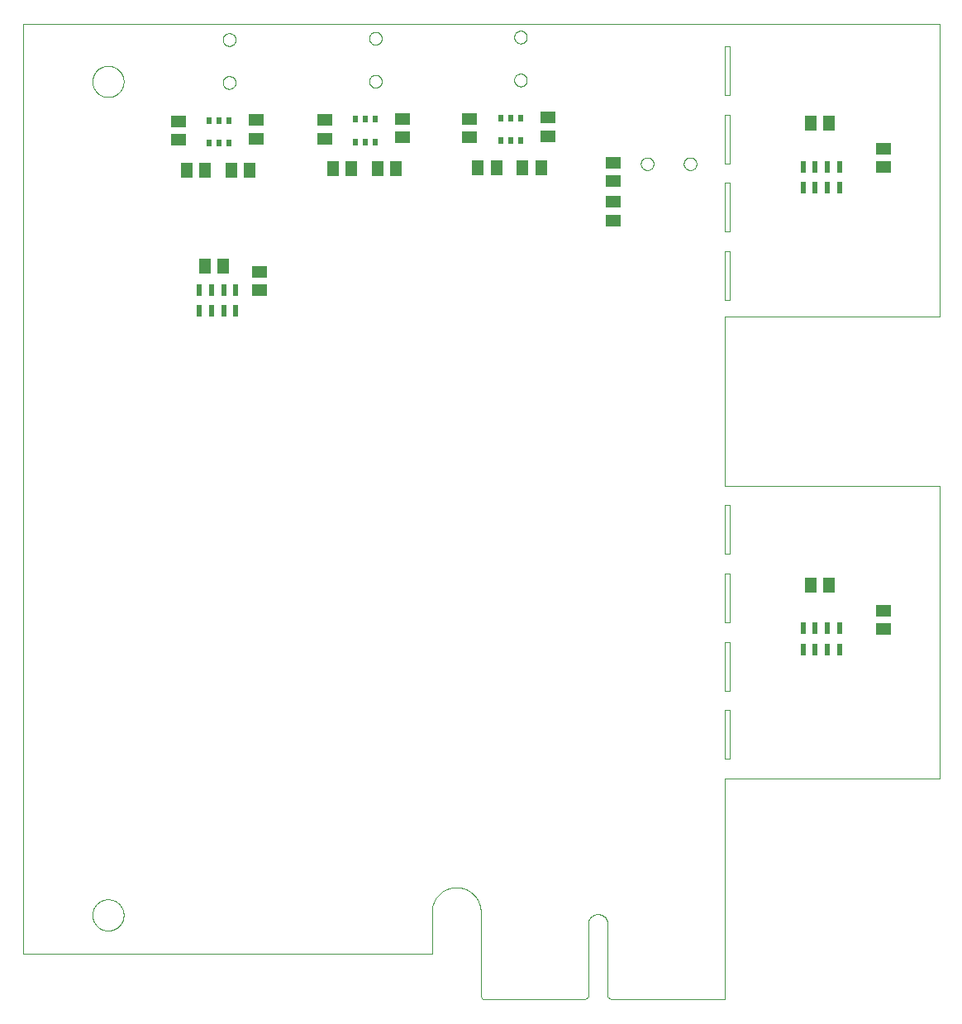
<source format=gtp>
G04 EAGLE Gerber RS-274X export*
G75*
%MOMM*%
%FSLAX34Y34*%
%LPD*%
%INSolder paste top*%
%IPPOS*%
%AMOC8*
5,1,8,0,0,1.08239X$1,22.5*%
G01*
%ADD10C,0.000000*%
%ADD11C,0.000003*%
%ADD12R,0.550000X1.150000*%
%ADD13R,1.500000X1.300000*%
%ADD14R,1.300000X1.500000*%
%ADD15R,0.508000X0.700000*%


D10*
X-317900Y87150D02*
X-317895Y87543D01*
X-317881Y87935D01*
X-317857Y88327D01*
X-317823Y88718D01*
X-317780Y89109D01*
X-317727Y89498D01*
X-317664Y89885D01*
X-317593Y90271D01*
X-317511Y90656D01*
X-317421Y91038D01*
X-317320Y91417D01*
X-317211Y91795D01*
X-317092Y92169D01*
X-316965Y92540D01*
X-316828Y92908D01*
X-316682Y93273D01*
X-316527Y93634D01*
X-316364Y93991D01*
X-316192Y94344D01*
X-316011Y94692D01*
X-315821Y95036D01*
X-315624Y95376D01*
X-315418Y95710D01*
X-315204Y96039D01*
X-314981Y96363D01*
X-314751Y96681D01*
X-314514Y96994D01*
X-314268Y97300D01*
X-314015Y97601D01*
X-313755Y97895D01*
X-313488Y98183D01*
X-313214Y98464D01*
X-312933Y98738D01*
X-312645Y99005D01*
X-312351Y99265D01*
X-312050Y99518D01*
X-311744Y99764D01*
X-311431Y100001D01*
X-311113Y100231D01*
X-310789Y100454D01*
X-310460Y100668D01*
X-310126Y100874D01*
X-309786Y101071D01*
X-309442Y101261D01*
X-309094Y101442D01*
X-308741Y101614D01*
X-308384Y101777D01*
X-308023Y101932D01*
X-307658Y102078D01*
X-307290Y102215D01*
X-306919Y102342D01*
X-306545Y102461D01*
X-306167Y102570D01*
X-305788Y102671D01*
X-305406Y102761D01*
X-305021Y102843D01*
X-304635Y102914D01*
X-304248Y102977D01*
X-303859Y103030D01*
X-303468Y103073D01*
X-303077Y103107D01*
X-302685Y103131D01*
X-302293Y103145D01*
X-301900Y103150D01*
X-301507Y103145D01*
X-301115Y103131D01*
X-300723Y103107D01*
X-300332Y103073D01*
X-299941Y103030D01*
X-299552Y102977D01*
X-299165Y102914D01*
X-298779Y102843D01*
X-298394Y102761D01*
X-298012Y102671D01*
X-297633Y102570D01*
X-297255Y102461D01*
X-296881Y102342D01*
X-296510Y102215D01*
X-296142Y102078D01*
X-295777Y101932D01*
X-295416Y101777D01*
X-295059Y101614D01*
X-294706Y101442D01*
X-294358Y101261D01*
X-294014Y101071D01*
X-293674Y100874D01*
X-293340Y100668D01*
X-293011Y100454D01*
X-292687Y100231D01*
X-292369Y100001D01*
X-292056Y99764D01*
X-291750Y99518D01*
X-291449Y99265D01*
X-291155Y99005D01*
X-290867Y98738D01*
X-290586Y98464D01*
X-290312Y98183D01*
X-290045Y97895D01*
X-289785Y97601D01*
X-289532Y97300D01*
X-289286Y96994D01*
X-289049Y96681D01*
X-288819Y96363D01*
X-288596Y96039D01*
X-288382Y95710D01*
X-288176Y95376D01*
X-287979Y95036D01*
X-287789Y94692D01*
X-287608Y94344D01*
X-287436Y93991D01*
X-287273Y93634D01*
X-287118Y93273D01*
X-286972Y92908D01*
X-286835Y92540D01*
X-286708Y92169D01*
X-286589Y91795D01*
X-286480Y91417D01*
X-286379Y91038D01*
X-286289Y90656D01*
X-286207Y90271D01*
X-286136Y89885D01*
X-286073Y89498D01*
X-286020Y89109D01*
X-285977Y88718D01*
X-285943Y88327D01*
X-285919Y87935D01*
X-285905Y87543D01*
X-285900Y87150D01*
X-285905Y86757D01*
X-285919Y86365D01*
X-285943Y85973D01*
X-285977Y85582D01*
X-286020Y85191D01*
X-286073Y84802D01*
X-286136Y84415D01*
X-286207Y84029D01*
X-286289Y83644D01*
X-286379Y83262D01*
X-286480Y82883D01*
X-286589Y82505D01*
X-286708Y82131D01*
X-286835Y81760D01*
X-286972Y81392D01*
X-287118Y81027D01*
X-287273Y80666D01*
X-287436Y80309D01*
X-287608Y79956D01*
X-287789Y79608D01*
X-287979Y79264D01*
X-288176Y78924D01*
X-288382Y78590D01*
X-288596Y78261D01*
X-288819Y77937D01*
X-289049Y77619D01*
X-289286Y77306D01*
X-289532Y77000D01*
X-289785Y76699D01*
X-290045Y76405D01*
X-290312Y76117D01*
X-290586Y75836D01*
X-290867Y75562D01*
X-291155Y75295D01*
X-291449Y75035D01*
X-291750Y74782D01*
X-292056Y74536D01*
X-292369Y74299D01*
X-292687Y74069D01*
X-293011Y73846D01*
X-293340Y73632D01*
X-293674Y73426D01*
X-294014Y73229D01*
X-294358Y73039D01*
X-294706Y72858D01*
X-295059Y72686D01*
X-295416Y72523D01*
X-295777Y72368D01*
X-296142Y72222D01*
X-296510Y72085D01*
X-296881Y71958D01*
X-297255Y71839D01*
X-297633Y71730D01*
X-298012Y71629D01*
X-298394Y71539D01*
X-298779Y71457D01*
X-299165Y71386D01*
X-299552Y71323D01*
X-299941Y71270D01*
X-300332Y71227D01*
X-300723Y71193D01*
X-301115Y71169D01*
X-301507Y71155D01*
X-301900Y71150D01*
X-302293Y71155D01*
X-302685Y71169D01*
X-303077Y71193D01*
X-303468Y71227D01*
X-303859Y71270D01*
X-304248Y71323D01*
X-304635Y71386D01*
X-305021Y71457D01*
X-305406Y71539D01*
X-305788Y71629D01*
X-306167Y71730D01*
X-306545Y71839D01*
X-306919Y71958D01*
X-307290Y72085D01*
X-307658Y72222D01*
X-308023Y72368D01*
X-308384Y72523D01*
X-308741Y72686D01*
X-309094Y72858D01*
X-309442Y73039D01*
X-309786Y73229D01*
X-310126Y73426D01*
X-310460Y73632D01*
X-310789Y73846D01*
X-311113Y74069D01*
X-311431Y74299D01*
X-311744Y74536D01*
X-312050Y74782D01*
X-312351Y75035D01*
X-312645Y75295D01*
X-312933Y75562D01*
X-313214Y75836D01*
X-313488Y76117D01*
X-313755Y76405D01*
X-314015Y76699D01*
X-314268Y77000D01*
X-314514Y77306D01*
X-314751Y77619D01*
X-314981Y77937D01*
X-315204Y78261D01*
X-315418Y78590D01*
X-315624Y78924D01*
X-315821Y79264D01*
X-316011Y79608D01*
X-316192Y79956D01*
X-316364Y80309D01*
X-316527Y80666D01*
X-316682Y81027D01*
X-316828Y81392D01*
X-316965Y81760D01*
X-317092Y82131D01*
X-317211Y82505D01*
X-317320Y82883D01*
X-317421Y83262D01*
X-317511Y83644D01*
X-317593Y84029D01*
X-317664Y84415D01*
X-317727Y84802D01*
X-317780Y85191D01*
X-317823Y85582D01*
X-317857Y85973D01*
X-317881Y86365D01*
X-317895Y86757D01*
X-317900Y87150D01*
X-317900Y941050D02*
X-317895Y941443D01*
X-317881Y941835D01*
X-317857Y942227D01*
X-317823Y942618D01*
X-317780Y943009D01*
X-317727Y943398D01*
X-317664Y943785D01*
X-317593Y944171D01*
X-317511Y944556D01*
X-317421Y944938D01*
X-317320Y945317D01*
X-317211Y945695D01*
X-317092Y946069D01*
X-316965Y946440D01*
X-316828Y946808D01*
X-316682Y947173D01*
X-316527Y947534D01*
X-316364Y947891D01*
X-316192Y948244D01*
X-316011Y948592D01*
X-315821Y948936D01*
X-315624Y949276D01*
X-315418Y949610D01*
X-315204Y949939D01*
X-314981Y950263D01*
X-314751Y950581D01*
X-314514Y950894D01*
X-314268Y951200D01*
X-314015Y951501D01*
X-313755Y951795D01*
X-313488Y952083D01*
X-313214Y952364D01*
X-312933Y952638D01*
X-312645Y952905D01*
X-312351Y953165D01*
X-312050Y953418D01*
X-311744Y953664D01*
X-311431Y953901D01*
X-311113Y954131D01*
X-310789Y954354D01*
X-310460Y954568D01*
X-310126Y954774D01*
X-309786Y954971D01*
X-309442Y955161D01*
X-309094Y955342D01*
X-308741Y955514D01*
X-308384Y955677D01*
X-308023Y955832D01*
X-307658Y955978D01*
X-307290Y956115D01*
X-306919Y956242D01*
X-306545Y956361D01*
X-306167Y956470D01*
X-305788Y956571D01*
X-305406Y956661D01*
X-305021Y956743D01*
X-304635Y956814D01*
X-304248Y956877D01*
X-303859Y956930D01*
X-303468Y956973D01*
X-303077Y957007D01*
X-302685Y957031D01*
X-302293Y957045D01*
X-301900Y957050D01*
X-301507Y957045D01*
X-301115Y957031D01*
X-300723Y957007D01*
X-300332Y956973D01*
X-299941Y956930D01*
X-299552Y956877D01*
X-299165Y956814D01*
X-298779Y956743D01*
X-298394Y956661D01*
X-298012Y956571D01*
X-297633Y956470D01*
X-297255Y956361D01*
X-296881Y956242D01*
X-296510Y956115D01*
X-296142Y955978D01*
X-295777Y955832D01*
X-295416Y955677D01*
X-295059Y955514D01*
X-294706Y955342D01*
X-294358Y955161D01*
X-294014Y954971D01*
X-293674Y954774D01*
X-293340Y954568D01*
X-293011Y954354D01*
X-292687Y954131D01*
X-292369Y953901D01*
X-292056Y953664D01*
X-291750Y953418D01*
X-291449Y953165D01*
X-291155Y952905D01*
X-290867Y952638D01*
X-290586Y952364D01*
X-290312Y952083D01*
X-290045Y951795D01*
X-289785Y951501D01*
X-289532Y951200D01*
X-289286Y950894D01*
X-289049Y950581D01*
X-288819Y950263D01*
X-288596Y949939D01*
X-288382Y949610D01*
X-288176Y949276D01*
X-287979Y948936D01*
X-287789Y948592D01*
X-287608Y948244D01*
X-287436Y947891D01*
X-287273Y947534D01*
X-287118Y947173D01*
X-286972Y946808D01*
X-286835Y946440D01*
X-286708Y946069D01*
X-286589Y945695D01*
X-286480Y945317D01*
X-286379Y944938D01*
X-286289Y944556D01*
X-286207Y944171D01*
X-286136Y943785D01*
X-286073Y943398D01*
X-286020Y943009D01*
X-285977Y942618D01*
X-285943Y942227D01*
X-285919Y941835D01*
X-285905Y941443D01*
X-285900Y941050D01*
X-285905Y940657D01*
X-285919Y940265D01*
X-285943Y939873D01*
X-285977Y939482D01*
X-286020Y939091D01*
X-286073Y938702D01*
X-286136Y938315D01*
X-286207Y937929D01*
X-286289Y937544D01*
X-286379Y937162D01*
X-286480Y936783D01*
X-286589Y936405D01*
X-286708Y936031D01*
X-286835Y935660D01*
X-286972Y935292D01*
X-287118Y934927D01*
X-287273Y934566D01*
X-287436Y934209D01*
X-287608Y933856D01*
X-287789Y933508D01*
X-287979Y933164D01*
X-288176Y932824D01*
X-288382Y932490D01*
X-288596Y932161D01*
X-288819Y931837D01*
X-289049Y931519D01*
X-289286Y931206D01*
X-289532Y930900D01*
X-289785Y930599D01*
X-290045Y930305D01*
X-290312Y930017D01*
X-290586Y929736D01*
X-290867Y929462D01*
X-291155Y929195D01*
X-291449Y928935D01*
X-291750Y928682D01*
X-292056Y928436D01*
X-292369Y928199D01*
X-292687Y927969D01*
X-293011Y927746D01*
X-293340Y927532D01*
X-293674Y927326D01*
X-294014Y927129D01*
X-294358Y926939D01*
X-294706Y926758D01*
X-295059Y926586D01*
X-295416Y926423D01*
X-295777Y926268D01*
X-296142Y926122D01*
X-296510Y925985D01*
X-296881Y925858D01*
X-297255Y925739D01*
X-297633Y925630D01*
X-298012Y925529D01*
X-298394Y925439D01*
X-298779Y925357D01*
X-299165Y925286D01*
X-299552Y925223D01*
X-299941Y925170D01*
X-300332Y925127D01*
X-300723Y925093D01*
X-301115Y925069D01*
X-301507Y925055D01*
X-301900Y925050D01*
X-302293Y925055D01*
X-302685Y925069D01*
X-303077Y925093D01*
X-303468Y925127D01*
X-303859Y925170D01*
X-304248Y925223D01*
X-304635Y925286D01*
X-305021Y925357D01*
X-305406Y925439D01*
X-305788Y925529D01*
X-306167Y925630D01*
X-306545Y925739D01*
X-306919Y925858D01*
X-307290Y925985D01*
X-307658Y926122D01*
X-308023Y926268D01*
X-308384Y926423D01*
X-308741Y926586D01*
X-309094Y926758D01*
X-309442Y926939D01*
X-309786Y927129D01*
X-310126Y927326D01*
X-310460Y927532D01*
X-310789Y927746D01*
X-311113Y927969D01*
X-311431Y928199D01*
X-311744Y928436D01*
X-312050Y928682D01*
X-312351Y928935D01*
X-312645Y929195D01*
X-312933Y929462D01*
X-313214Y929736D01*
X-313488Y930017D01*
X-313755Y930305D01*
X-314015Y930599D01*
X-314268Y930900D01*
X-314514Y931206D01*
X-314751Y931519D01*
X-314981Y931837D01*
X-315204Y932161D01*
X-315418Y932490D01*
X-315624Y932824D01*
X-315821Y933164D01*
X-316011Y933508D01*
X-316192Y933856D01*
X-316364Y934209D01*
X-316527Y934566D01*
X-316682Y934927D01*
X-316828Y935292D01*
X-316965Y935660D01*
X-317092Y936031D01*
X-317211Y936405D01*
X-317320Y936783D01*
X-317421Y937162D01*
X-317511Y937544D01*
X-317593Y937929D01*
X-317664Y938315D01*
X-317727Y938702D01*
X-317780Y939091D01*
X-317823Y939482D01*
X-317857Y939873D01*
X-317881Y940265D01*
X-317895Y940657D01*
X-317900Y941050D01*
D11*
X79900Y90500D02*
X79900Y3500D01*
X81900Y500D01*
X186900Y500D01*
X209900Y3500D02*
X209900Y78000D01*
X189900Y3500D02*
X186900Y500D01*
X209900Y3500D02*
X212900Y500D01*
X330000Y500D01*
X209900Y78000D02*
X209897Y78244D01*
X209888Y78487D01*
X209873Y78730D01*
X209853Y78973D01*
X209826Y79215D01*
X209793Y79456D01*
X209755Y79696D01*
X209711Y79936D01*
X209661Y80174D01*
X209605Y80411D01*
X209543Y80647D01*
X209476Y80881D01*
X209403Y81113D01*
X209324Y81344D01*
X209240Y81572D01*
X209150Y81799D01*
X209055Y82023D01*
X208954Y82245D01*
X208848Y82464D01*
X208737Y82680D01*
X208620Y82894D01*
X208499Y83105D01*
X208372Y83313D01*
X208240Y83518D01*
X208103Y83719D01*
X207961Y83917D01*
X207815Y84112D01*
X207664Y84303D01*
X207508Y84490D01*
X207348Y84673D01*
X207183Y84853D01*
X207014Y85028D01*
X206841Y85199D01*
X206663Y85366D01*
X206482Y85528D01*
X206297Y85686D01*
X206108Y85840D01*
X205915Y85989D01*
X205719Y86133D01*
X205519Y86272D01*
X205316Y86407D01*
X205109Y86536D01*
X204900Y86660D01*
X204688Y86779D01*
X204472Y86893D01*
X204255Y87002D01*
X204034Y87105D01*
X203811Y87203D01*
X203586Y87296D01*
X203358Y87383D01*
X203129Y87464D01*
X202897Y87540D01*
X202664Y87610D01*
X202429Y87675D01*
X202193Y87734D01*
X201955Y87787D01*
X201716Y87834D01*
X201476Y87875D01*
X201235Y87910D01*
X200994Y87940D01*
X200751Y87964D01*
X200508Y87981D01*
X200265Y87993D01*
X200022Y87999D01*
X199778Y87999D01*
X199535Y87993D01*
X199292Y87981D01*
X199049Y87964D01*
X198806Y87940D01*
X198565Y87910D01*
X198324Y87875D01*
X198084Y87834D01*
X197845Y87787D01*
X197607Y87734D01*
X197371Y87675D01*
X197136Y87610D01*
X196903Y87540D01*
X196671Y87464D01*
X196442Y87383D01*
X196214Y87296D01*
X195989Y87203D01*
X195766Y87105D01*
X195545Y87002D01*
X195328Y86893D01*
X195112Y86779D01*
X194900Y86660D01*
X194691Y86536D01*
X194484Y86407D01*
X194281Y86272D01*
X194081Y86133D01*
X193885Y85989D01*
X193692Y85840D01*
X193503Y85686D01*
X193318Y85528D01*
X193137Y85366D01*
X192959Y85199D01*
X192786Y85028D01*
X192617Y84853D01*
X192452Y84673D01*
X192292Y84490D01*
X192136Y84303D01*
X191985Y84112D01*
X191839Y83917D01*
X191697Y83719D01*
X191560Y83518D01*
X191428Y83313D01*
X191301Y83105D01*
X191180Y82894D01*
X191063Y82680D01*
X190952Y82464D01*
X190846Y82245D01*
X190745Y82023D01*
X190650Y81799D01*
X190560Y81572D01*
X190476Y81344D01*
X190397Y81113D01*
X190324Y80881D01*
X190257Y80647D01*
X190195Y80411D01*
X190139Y80174D01*
X190089Y79936D01*
X190045Y79696D01*
X190007Y79456D01*
X189974Y79215D01*
X189947Y78973D01*
X189927Y78730D01*
X189912Y78487D01*
X189903Y78244D01*
X189900Y78000D01*
X54900Y115500D02*
X54296Y115493D01*
X53692Y115471D01*
X53089Y115434D01*
X52487Y115383D01*
X51887Y115318D01*
X51288Y115238D01*
X50691Y115143D01*
X50097Y115034D01*
X49505Y114911D01*
X48917Y114774D01*
X48332Y114622D01*
X47751Y114456D01*
X47175Y114276D01*
X46602Y114083D01*
X46035Y113875D01*
X45473Y113654D01*
X44916Y113420D01*
X44365Y113172D01*
X43820Y112911D01*
X43282Y112636D01*
X42750Y112349D01*
X42226Y112049D01*
X41709Y111737D01*
X41200Y111412D01*
X40698Y111075D01*
X40205Y110725D01*
X39721Y110364D01*
X39245Y109992D01*
X38779Y109608D01*
X38322Y109213D01*
X37875Y108807D01*
X37437Y108390D01*
X37010Y107963D01*
X36593Y107525D01*
X36187Y107078D01*
X35792Y106621D01*
X35408Y106155D01*
X35036Y105679D01*
X34675Y105195D01*
X34325Y104702D01*
X33988Y104200D01*
X33663Y103691D01*
X33351Y103174D01*
X33051Y102650D01*
X32764Y102118D01*
X32489Y101580D01*
X32228Y101035D01*
X31980Y100484D01*
X31746Y99927D01*
X31525Y99365D01*
X31317Y98798D01*
X31124Y98225D01*
X30944Y97649D01*
X30778Y97068D01*
X30626Y96483D01*
X30489Y95895D01*
X30366Y95303D01*
X30257Y94709D01*
X30162Y94112D01*
X30082Y93513D01*
X30017Y92913D01*
X29966Y92311D01*
X29929Y91708D01*
X29907Y91104D01*
X29900Y90500D01*
X54900Y115500D02*
X55504Y115493D01*
X56108Y115471D01*
X56711Y115434D01*
X57313Y115383D01*
X57913Y115318D01*
X58512Y115238D01*
X59109Y115143D01*
X59703Y115034D01*
X60295Y114911D01*
X60883Y114774D01*
X61468Y114622D01*
X62049Y114456D01*
X62625Y114276D01*
X63198Y114083D01*
X63765Y113875D01*
X64327Y113654D01*
X64884Y113420D01*
X65435Y113172D01*
X65980Y112911D01*
X66518Y112636D01*
X67050Y112349D01*
X67574Y112049D01*
X68091Y111737D01*
X68600Y111412D01*
X69102Y111075D01*
X69595Y110725D01*
X70079Y110364D01*
X70555Y109992D01*
X71021Y109608D01*
X71478Y109213D01*
X71925Y108807D01*
X72363Y108390D01*
X72790Y107963D01*
X73207Y107525D01*
X73613Y107078D01*
X74008Y106621D01*
X74392Y106155D01*
X74764Y105679D01*
X75125Y105195D01*
X75475Y104702D01*
X75812Y104200D01*
X76137Y103691D01*
X76449Y103174D01*
X76749Y102650D01*
X77036Y102118D01*
X77311Y101580D01*
X77572Y101035D01*
X77820Y100484D01*
X78054Y99927D01*
X78275Y99365D01*
X78483Y98798D01*
X78676Y98225D01*
X78856Y97649D01*
X79022Y97068D01*
X79174Y96483D01*
X79311Y95895D01*
X79434Y95303D01*
X79543Y94709D01*
X79638Y94112D01*
X79718Y93513D01*
X79783Y92913D01*
X79834Y92311D01*
X79871Y91708D01*
X79893Y91104D01*
X79900Y90500D01*
X29900Y90500D02*
X29900Y47500D01*
X-389090Y47500D02*
X-389090Y1000030D01*
X330000Y1000030D01*
X189900Y78000D02*
X189900Y3500D01*
X-389090Y47498D02*
X-389090Y47500D01*
X29900Y47500D01*
D10*
X330000Y700000D02*
X550000Y700000D01*
X550000Y1000030D01*
X330000Y1000030D01*
X330000Y227050D02*
X550000Y227050D01*
X550000Y527050D01*
X330000Y527050D01*
X330000Y227050D02*
X330000Y500D01*
X330000Y527050D02*
X330000Y700000D01*
X335000Y297050D02*
X335000Y247050D01*
X330000Y247050D01*
X330000Y297050D02*
X335000Y297050D01*
X330000Y297050D02*
X330000Y247050D01*
X335000Y317050D02*
X335000Y367050D01*
X335000Y317050D02*
X330000Y317050D01*
X330000Y367050D02*
X335000Y367050D01*
X330000Y367050D02*
X330000Y317050D01*
X335000Y387050D02*
X335000Y437050D01*
X335000Y387050D02*
X330000Y387050D01*
X330000Y437050D02*
X335000Y437050D01*
X330000Y437050D02*
X330000Y387050D01*
X335000Y457050D02*
X335000Y507050D01*
X335000Y457050D02*
X330000Y457050D01*
X330000Y507050D02*
X335000Y507050D01*
X330000Y507050D02*
X330000Y457050D01*
X335000Y717050D02*
X335000Y767050D01*
X335000Y717050D02*
X330000Y717050D01*
X330000Y767050D02*
X335000Y767050D01*
X330000Y767050D02*
X330000Y717050D01*
X335000Y787050D02*
X335000Y837050D01*
X335000Y787050D02*
X330000Y787050D01*
X330000Y837050D02*
X335000Y837050D01*
X330000Y837050D02*
X330000Y787050D01*
X335000Y857050D02*
X335000Y907050D01*
X335000Y857050D02*
X330000Y857050D01*
X330000Y907050D02*
X335000Y907050D01*
X330000Y907050D02*
X330000Y857050D01*
X335000Y927050D02*
X335000Y977050D01*
X335000Y927050D02*
X330000Y927050D01*
X330000Y977050D02*
X335000Y977050D01*
X330000Y977050D02*
X330000Y927050D01*
D12*
X-170870Y727320D03*
X-183370Y727320D03*
X-195870Y727320D03*
X-208370Y727320D03*
X-208370Y705820D03*
X-195870Y705820D03*
X-183370Y705820D03*
X-170870Y705820D03*
D13*
X-146330Y727260D03*
X-146330Y746260D03*
D14*
X-183930Y752130D03*
X-202930Y752130D03*
D10*
X-184300Y983940D02*
X-184298Y984101D01*
X-184292Y984261D01*
X-184282Y984422D01*
X-184268Y984582D01*
X-184250Y984742D01*
X-184229Y984901D01*
X-184203Y985060D01*
X-184173Y985218D01*
X-184140Y985375D01*
X-184102Y985532D01*
X-184061Y985687D01*
X-184016Y985841D01*
X-183967Y985994D01*
X-183914Y986146D01*
X-183858Y986297D01*
X-183797Y986446D01*
X-183734Y986594D01*
X-183666Y986740D01*
X-183595Y986884D01*
X-183521Y987026D01*
X-183443Y987167D01*
X-183361Y987305D01*
X-183276Y987442D01*
X-183188Y987576D01*
X-183096Y987708D01*
X-183001Y987838D01*
X-182903Y987966D01*
X-182802Y988091D01*
X-182698Y988213D01*
X-182591Y988333D01*
X-182481Y988450D01*
X-182368Y988565D01*
X-182252Y988676D01*
X-182133Y988785D01*
X-182012Y988890D01*
X-181888Y988993D01*
X-181762Y989093D01*
X-181634Y989189D01*
X-181503Y989282D01*
X-181369Y989372D01*
X-181234Y989459D01*
X-181096Y989542D01*
X-180957Y989622D01*
X-180815Y989698D01*
X-180672Y989771D01*
X-180527Y989840D01*
X-180380Y989906D01*
X-180232Y989968D01*
X-180082Y990026D01*
X-179931Y990081D01*
X-179778Y990132D01*
X-179624Y990179D01*
X-179469Y990222D01*
X-179313Y990261D01*
X-179157Y990297D01*
X-178999Y990328D01*
X-178841Y990356D01*
X-178682Y990380D01*
X-178522Y990400D01*
X-178362Y990416D01*
X-178202Y990428D01*
X-178041Y990436D01*
X-177880Y990440D01*
X-177720Y990440D01*
X-177559Y990436D01*
X-177398Y990428D01*
X-177238Y990416D01*
X-177078Y990400D01*
X-176918Y990380D01*
X-176759Y990356D01*
X-176601Y990328D01*
X-176443Y990297D01*
X-176287Y990261D01*
X-176131Y990222D01*
X-175976Y990179D01*
X-175822Y990132D01*
X-175669Y990081D01*
X-175518Y990026D01*
X-175368Y989968D01*
X-175220Y989906D01*
X-175073Y989840D01*
X-174928Y989771D01*
X-174785Y989698D01*
X-174643Y989622D01*
X-174504Y989542D01*
X-174366Y989459D01*
X-174231Y989372D01*
X-174097Y989282D01*
X-173966Y989189D01*
X-173838Y989093D01*
X-173712Y988993D01*
X-173588Y988890D01*
X-173467Y988785D01*
X-173348Y988676D01*
X-173232Y988565D01*
X-173119Y988450D01*
X-173009Y988333D01*
X-172902Y988213D01*
X-172798Y988091D01*
X-172697Y987966D01*
X-172599Y987838D01*
X-172504Y987708D01*
X-172412Y987576D01*
X-172324Y987442D01*
X-172239Y987305D01*
X-172157Y987167D01*
X-172079Y987026D01*
X-172005Y986884D01*
X-171934Y986740D01*
X-171866Y986594D01*
X-171803Y986446D01*
X-171742Y986297D01*
X-171686Y986146D01*
X-171633Y985994D01*
X-171584Y985841D01*
X-171539Y985687D01*
X-171498Y985532D01*
X-171460Y985375D01*
X-171427Y985218D01*
X-171397Y985060D01*
X-171371Y984901D01*
X-171350Y984742D01*
X-171332Y984582D01*
X-171318Y984422D01*
X-171308Y984261D01*
X-171302Y984101D01*
X-171300Y983940D01*
X-171302Y983779D01*
X-171308Y983619D01*
X-171318Y983458D01*
X-171332Y983298D01*
X-171350Y983138D01*
X-171371Y982979D01*
X-171397Y982820D01*
X-171427Y982662D01*
X-171460Y982505D01*
X-171498Y982348D01*
X-171539Y982193D01*
X-171584Y982039D01*
X-171633Y981886D01*
X-171686Y981734D01*
X-171742Y981583D01*
X-171803Y981434D01*
X-171866Y981286D01*
X-171934Y981140D01*
X-172005Y980996D01*
X-172079Y980854D01*
X-172157Y980713D01*
X-172239Y980575D01*
X-172324Y980438D01*
X-172412Y980304D01*
X-172504Y980172D01*
X-172599Y980042D01*
X-172697Y979914D01*
X-172798Y979789D01*
X-172902Y979667D01*
X-173009Y979547D01*
X-173119Y979430D01*
X-173232Y979315D01*
X-173348Y979204D01*
X-173467Y979095D01*
X-173588Y978990D01*
X-173712Y978887D01*
X-173838Y978787D01*
X-173966Y978691D01*
X-174097Y978598D01*
X-174231Y978508D01*
X-174366Y978421D01*
X-174504Y978338D01*
X-174643Y978258D01*
X-174785Y978182D01*
X-174928Y978109D01*
X-175073Y978040D01*
X-175220Y977974D01*
X-175368Y977912D01*
X-175518Y977854D01*
X-175669Y977799D01*
X-175822Y977748D01*
X-175976Y977701D01*
X-176131Y977658D01*
X-176287Y977619D01*
X-176443Y977583D01*
X-176601Y977552D01*
X-176759Y977524D01*
X-176918Y977500D01*
X-177078Y977480D01*
X-177238Y977464D01*
X-177398Y977452D01*
X-177559Y977444D01*
X-177720Y977440D01*
X-177880Y977440D01*
X-178041Y977444D01*
X-178202Y977452D01*
X-178362Y977464D01*
X-178522Y977480D01*
X-178682Y977500D01*
X-178841Y977524D01*
X-178999Y977552D01*
X-179157Y977583D01*
X-179313Y977619D01*
X-179469Y977658D01*
X-179624Y977701D01*
X-179778Y977748D01*
X-179931Y977799D01*
X-180082Y977854D01*
X-180232Y977912D01*
X-180380Y977974D01*
X-180527Y978040D01*
X-180672Y978109D01*
X-180815Y978182D01*
X-180957Y978258D01*
X-181096Y978338D01*
X-181234Y978421D01*
X-181369Y978508D01*
X-181503Y978598D01*
X-181634Y978691D01*
X-181762Y978787D01*
X-181888Y978887D01*
X-182012Y978990D01*
X-182133Y979095D01*
X-182252Y979204D01*
X-182368Y979315D01*
X-182481Y979430D01*
X-182591Y979547D01*
X-182698Y979667D01*
X-182802Y979789D01*
X-182903Y979914D01*
X-183001Y980042D01*
X-183096Y980172D01*
X-183188Y980304D01*
X-183276Y980438D01*
X-183361Y980575D01*
X-183443Y980713D01*
X-183521Y980854D01*
X-183595Y980996D01*
X-183666Y981140D01*
X-183734Y981286D01*
X-183797Y981434D01*
X-183858Y981583D01*
X-183914Y981734D01*
X-183967Y981886D01*
X-184016Y982039D01*
X-184061Y982193D01*
X-184102Y982348D01*
X-184140Y982505D01*
X-184173Y982662D01*
X-184203Y982820D01*
X-184229Y982979D01*
X-184250Y983138D01*
X-184268Y983298D01*
X-184282Y983458D01*
X-184292Y983619D01*
X-184298Y983779D01*
X-184300Y983940D01*
X-184300Y939940D02*
X-184298Y940101D01*
X-184292Y940261D01*
X-184282Y940422D01*
X-184268Y940582D01*
X-184250Y940742D01*
X-184229Y940901D01*
X-184203Y941060D01*
X-184173Y941218D01*
X-184140Y941375D01*
X-184102Y941532D01*
X-184061Y941687D01*
X-184016Y941841D01*
X-183967Y941994D01*
X-183914Y942146D01*
X-183858Y942297D01*
X-183797Y942446D01*
X-183734Y942594D01*
X-183666Y942740D01*
X-183595Y942884D01*
X-183521Y943026D01*
X-183443Y943167D01*
X-183361Y943305D01*
X-183276Y943442D01*
X-183188Y943576D01*
X-183096Y943708D01*
X-183001Y943838D01*
X-182903Y943966D01*
X-182802Y944091D01*
X-182698Y944213D01*
X-182591Y944333D01*
X-182481Y944450D01*
X-182368Y944565D01*
X-182252Y944676D01*
X-182133Y944785D01*
X-182012Y944890D01*
X-181888Y944993D01*
X-181762Y945093D01*
X-181634Y945189D01*
X-181503Y945282D01*
X-181369Y945372D01*
X-181234Y945459D01*
X-181096Y945542D01*
X-180957Y945622D01*
X-180815Y945698D01*
X-180672Y945771D01*
X-180527Y945840D01*
X-180380Y945906D01*
X-180232Y945968D01*
X-180082Y946026D01*
X-179931Y946081D01*
X-179778Y946132D01*
X-179624Y946179D01*
X-179469Y946222D01*
X-179313Y946261D01*
X-179157Y946297D01*
X-178999Y946328D01*
X-178841Y946356D01*
X-178682Y946380D01*
X-178522Y946400D01*
X-178362Y946416D01*
X-178202Y946428D01*
X-178041Y946436D01*
X-177880Y946440D01*
X-177720Y946440D01*
X-177559Y946436D01*
X-177398Y946428D01*
X-177238Y946416D01*
X-177078Y946400D01*
X-176918Y946380D01*
X-176759Y946356D01*
X-176601Y946328D01*
X-176443Y946297D01*
X-176287Y946261D01*
X-176131Y946222D01*
X-175976Y946179D01*
X-175822Y946132D01*
X-175669Y946081D01*
X-175518Y946026D01*
X-175368Y945968D01*
X-175220Y945906D01*
X-175073Y945840D01*
X-174928Y945771D01*
X-174785Y945698D01*
X-174643Y945622D01*
X-174504Y945542D01*
X-174366Y945459D01*
X-174231Y945372D01*
X-174097Y945282D01*
X-173966Y945189D01*
X-173838Y945093D01*
X-173712Y944993D01*
X-173588Y944890D01*
X-173467Y944785D01*
X-173348Y944676D01*
X-173232Y944565D01*
X-173119Y944450D01*
X-173009Y944333D01*
X-172902Y944213D01*
X-172798Y944091D01*
X-172697Y943966D01*
X-172599Y943838D01*
X-172504Y943708D01*
X-172412Y943576D01*
X-172324Y943442D01*
X-172239Y943305D01*
X-172157Y943167D01*
X-172079Y943026D01*
X-172005Y942884D01*
X-171934Y942740D01*
X-171866Y942594D01*
X-171803Y942446D01*
X-171742Y942297D01*
X-171686Y942146D01*
X-171633Y941994D01*
X-171584Y941841D01*
X-171539Y941687D01*
X-171498Y941532D01*
X-171460Y941375D01*
X-171427Y941218D01*
X-171397Y941060D01*
X-171371Y940901D01*
X-171350Y940742D01*
X-171332Y940582D01*
X-171318Y940422D01*
X-171308Y940261D01*
X-171302Y940101D01*
X-171300Y939940D01*
X-171302Y939779D01*
X-171308Y939619D01*
X-171318Y939458D01*
X-171332Y939298D01*
X-171350Y939138D01*
X-171371Y938979D01*
X-171397Y938820D01*
X-171427Y938662D01*
X-171460Y938505D01*
X-171498Y938348D01*
X-171539Y938193D01*
X-171584Y938039D01*
X-171633Y937886D01*
X-171686Y937734D01*
X-171742Y937583D01*
X-171803Y937434D01*
X-171866Y937286D01*
X-171934Y937140D01*
X-172005Y936996D01*
X-172079Y936854D01*
X-172157Y936713D01*
X-172239Y936575D01*
X-172324Y936438D01*
X-172412Y936304D01*
X-172504Y936172D01*
X-172599Y936042D01*
X-172697Y935914D01*
X-172798Y935789D01*
X-172902Y935667D01*
X-173009Y935547D01*
X-173119Y935430D01*
X-173232Y935315D01*
X-173348Y935204D01*
X-173467Y935095D01*
X-173588Y934990D01*
X-173712Y934887D01*
X-173838Y934787D01*
X-173966Y934691D01*
X-174097Y934598D01*
X-174231Y934508D01*
X-174366Y934421D01*
X-174504Y934338D01*
X-174643Y934258D01*
X-174785Y934182D01*
X-174928Y934109D01*
X-175073Y934040D01*
X-175220Y933974D01*
X-175368Y933912D01*
X-175518Y933854D01*
X-175669Y933799D01*
X-175822Y933748D01*
X-175976Y933701D01*
X-176131Y933658D01*
X-176287Y933619D01*
X-176443Y933583D01*
X-176601Y933552D01*
X-176759Y933524D01*
X-176918Y933500D01*
X-177078Y933480D01*
X-177238Y933464D01*
X-177398Y933452D01*
X-177559Y933444D01*
X-177720Y933440D01*
X-177880Y933440D01*
X-178041Y933444D01*
X-178202Y933452D01*
X-178362Y933464D01*
X-178522Y933480D01*
X-178682Y933500D01*
X-178841Y933524D01*
X-178999Y933552D01*
X-179157Y933583D01*
X-179313Y933619D01*
X-179469Y933658D01*
X-179624Y933701D01*
X-179778Y933748D01*
X-179931Y933799D01*
X-180082Y933854D01*
X-180232Y933912D01*
X-180380Y933974D01*
X-180527Y934040D01*
X-180672Y934109D01*
X-180815Y934182D01*
X-180957Y934258D01*
X-181096Y934338D01*
X-181234Y934421D01*
X-181369Y934508D01*
X-181503Y934598D01*
X-181634Y934691D01*
X-181762Y934787D01*
X-181888Y934887D01*
X-182012Y934990D01*
X-182133Y935095D01*
X-182252Y935204D01*
X-182368Y935315D01*
X-182481Y935430D01*
X-182591Y935547D01*
X-182698Y935667D01*
X-182802Y935789D01*
X-182903Y935914D01*
X-183001Y936042D01*
X-183096Y936172D01*
X-183188Y936304D01*
X-183276Y936438D01*
X-183361Y936575D01*
X-183443Y936713D01*
X-183521Y936854D01*
X-183595Y936996D01*
X-183666Y937140D01*
X-183734Y937286D01*
X-183797Y937434D01*
X-183858Y937583D01*
X-183914Y937734D01*
X-183967Y937886D01*
X-184016Y938039D01*
X-184061Y938193D01*
X-184102Y938348D01*
X-184140Y938505D01*
X-184173Y938662D01*
X-184203Y938820D01*
X-184229Y938979D01*
X-184250Y939138D01*
X-184268Y939298D01*
X-184282Y939458D01*
X-184292Y939619D01*
X-184298Y939779D01*
X-184300Y939940D01*
D15*
X-177960Y901170D03*
X-187960Y901170D03*
X-197960Y901170D03*
X-197960Y877930D03*
X-187960Y877930D03*
X-177960Y877930D03*
D13*
X-149860Y882590D03*
X-149860Y901590D03*
X-229870Y900320D03*
X-229870Y881320D03*
D14*
X-221590Y850180D03*
X-202590Y850180D03*
X-156870Y850180D03*
X-175870Y850180D03*
D10*
X-34440Y985210D02*
X-34438Y985371D01*
X-34432Y985531D01*
X-34422Y985692D01*
X-34408Y985852D01*
X-34390Y986012D01*
X-34369Y986171D01*
X-34343Y986330D01*
X-34313Y986488D01*
X-34280Y986645D01*
X-34242Y986802D01*
X-34201Y986957D01*
X-34156Y987111D01*
X-34107Y987264D01*
X-34054Y987416D01*
X-33998Y987567D01*
X-33937Y987716D01*
X-33874Y987864D01*
X-33806Y988010D01*
X-33735Y988154D01*
X-33661Y988296D01*
X-33583Y988437D01*
X-33501Y988575D01*
X-33416Y988712D01*
X-33328Y988846D01*
X-33236Y988978D01*
X-33141Y989108D01*
X-33043Y989236D01*
X-32942Y989361D01*
X-32838Y989483D01*
X-32731Y989603D01*
X-32621Y989720D01*
X-32508Y989835D01*
X-32392Y989946D01*
X-32273Y990055D01*
X-32152Y990160D01*
X-32028Y990263D01*
X-31902Y990363D01*
X-31774Y990459D01*
X-31643Y990552D01*
X-31509Y990642D01*
X-31374Y990729D01*
X-31236Y990812D01*
X-31097Y990892D01*
X-30955Y990968D01*
X-30812Y991041D01*
X-30667Y991110D01*
X-30520Y991176D01*
X-30372Y991238D01*
X-30222Y991296D01*
X-30071Y991351D01*
X-29918Y991402D01*
X-29764Y991449D01*
X-29609Y991492D01*
X-29453Y991531D01*
X-29297Y991567D01*
X-29139Y991598D01*
X-28981Y991626D01*
X-28822Y991650D01*
X-28662Y991670D01*
X-28502Y991686D01*
X-28342Y991698D01*
X-28181Y991706D01*
X-28020Y991710D01*
X-27860Y991710D01*
X-27699Y991706D01*
X-27538Y991698D01*
X-27378Y991686D01*
X-27218Y991670D01*
X-27058Y991650D01*
X-26899Y991626D01*
X-26741Y991598D01*
X-26583Y991567D01*
X-26427Y991531D01*
X-26271Y991492D01*
X-26116Y991449D01*
X-25962Y991402D01*
X-25809Y991351D01*
X-25658Y991296D01*
X-25508Y991238D01*
X-25360Y991176D01*
X-25213Y991110D01*
X-25068Y991041D01*
X-24925Y990968D01*
X-24783Y990892D01*
X-24644Y990812D01*
X-24506Y990729D01*
X-24371Y990642D01*
X-24237Y990552D01*
X-24106Y990459D01*
X-23978Y990363D01*
X-23852Y990263D01*
X-23728Y990160D01*
X-23607Y990055D01*
X-23488Y989946D01*
X-23372Y989835D01*
X-23259Y989720D01*
X-23149Y989603D01*
X-23042Y989483D01*
X-22938Y989361D01*
X-22837Y989236D01*
X-22739Y989108D01*
X-22644Y988978D01*
X-22552Y988846D01*
X-22464Y988712D01*
X-22379Y988575D01*
X-22297Y988437D01*
X-22219Y988296D01*
X-22145Y988154D01*
X-22074Y988010D01*
X-22006Y987864D01*
X-21943Y987716D01*
X-21882Y987567D01*
X-21826Y987416D01*
X-21773Y987264D01*
X-21724Y987111D01*
X-21679Y986957D01*
X-21638Y986802D01*
X-21600Y986645D01*
X-21567Y986488D01*
X-21537Y986330D01*
X-21511Y986171D01*
X-21490Y986012D01*
X-21472Y985852D01*
X-21458Y985692D01*
X-21448Y985531D01*
X-21442Y985371D01*
X-21440Y985210D01*
X-21442Y985049D01*
X-21448Y984889D01*
X-21458Y984728D01*
X-21472Y984568D01*
X-21490Y984408D01*
X-21511Y984249D01*
X-21537Y984090D01*
X-21567Y983932D01*
X-21600Y983775D01*
X-21638Y983618D01*
X-21679Y983463D01*
X-21724Y983309D01*
X-21773Y983156D01*
X-21826Y983004D01*
X-21882Y982853D01*
X-21943Y982704D01*
X-22006Y982556D01*
X-22074Y982410D01*
X-22145Y982266D01*
X-22219Y982124D01*
X-22297Y981983D01*
X-22379Y981845D01*
X-22464Y981708D01*
X-22552Y981574D01*
X-22644Y981442D01*
X-22739Y981312D01*
X-22837Y981184D01*
X-22938Y981059D01*
X-23042Y980937D01*
X-23149Y980817D01*
X-23259Y980700D01*
X-23372Y980585D01*
X-23488Y980474D01*
X-23607Y980365D01*
X-23728Y980260D01*
X-23852Y980157D01*
X-23978Y980057D01*
X-24106Y979961D01*
X-24237Y979868D01*
X-24371Y979778D01*
X-24506Y979691D01*
X-24644Y979608D01*
X-24783Y979528D01*
X-24925Y979452D01*
X-25068Y979379D01*
X-25213Y979310D01*
X-25360Y979244D01*
X-25508Y979182D01*
X-25658Y979124D01*
X-25809Y979069D01*
X-25962Y979018D01*
X-26116Y978971D01*
X-26271Y978928D01*
X-26427Y978889D01*
X-26583Y978853D01*
X-26741Y978822D01*
X-26899Y978794D01*
X-27058Y978770D01*
X-27218Y978750D01*
X-27378Y978734D01*
X-27538Y978722D01*
X-27699Y978714D01*
X-27860Y978710D01*
X-28020Y978710D01*
X-28181Y978714D01*
X-28342Y978722D01*
X-28502Y978734D01*
X-28662Y978750D01*
X-28822Y978770D01*
X-28981Y978794D01*
X-29139Y978822D01*
X-29297Y978853D01*
X-29453Y978889D01*
X-29609Y978928D01*
X-29764Y978971D01*
X-29918Y979018D01*
X-30071Y979069D01*
X-30222Y979124D01*
X-30372Y979182D01*
X-30520Y979244D01*
X-30667Y979310D01*
X-30812Y979379D01*
X-30955Y979452D01*
X-31097Y979528D01*
X-31236Y979608D01*
X-31374Y979691D01*
X-31509Y979778D01*
X-31643Y979868D01*
X-31774Y979961D01*
X-31902Y980057D01*
X-32028Y980157D01*
X-32152Y980260D01*
X-32273Y980365D01*
X-32392Y980474D01*
X-32508Y980585D01*
X-32621Y980700D01*
X-32731Y980817D01*
X-32838Y980937D01*
X-32942Y981059D01*
X-33043Y981184D01*
X-33141Y981312D01*
X-33236Y981442D01*
X-33328Y981574D01*
X-33416Y981708D01*
X-33501Y981845D01*
X-33583Y981983D01*
X-33661Y982124D01*
X-33735Y982266D01*
X-33806Y982410D01*
X-33874Y982556D01*
X-33937Y982704D01*
X-33998Y982853D01*
X-34054Y983004D01*
X-34107Y983156D01*
X-34156Y983309D01*
X-34201Y983463D01*
X-34242Y983618D01*
X-34280Y983775D01*
X-34313Y983932D01*
X-34343Y984090D01*
X-34369Y984249D01*
X-34390Y984408D01*
X-34408Y984568D01*
X-34422Y984728D01*
X-34432Y984889D01*
X-34438Y985049D01*
X-34440Y985210D01*
X-34440Y941210D02*
X-34438Y941371D01*
X-34432Y941531D01*
X-34422Y941692D01*
X-34408Y941852D01*
X-34390Y942012D01*
X-34369Y942171D01*
X-34343Y942330D01*
X-34313Y942488D01*
X-34280Y942645D01*
X-34242Y942802D01*
X-34201Y942957D01*
X-34156Y943111D01*
X-34107Y943264D01*
X-34054Y943416D01*
X-33998Y943567D01*
X-33937Y943716D01*
X-33874Y943864D01*
X-33806Y944010D01*
X-33735Y944154D01*
X-33661Y944296D01*
X-33583Y944437D01*
X-33501Y944575D01*
X-33416Y944712D01*
X-33328Y944846D01*
X-33236Y944978D01*
X-33141Y945108D01*
X-33043Y945236D01*
X-32942Y945361D01*
X-32838Y945483D01*
X-32731Y945603D01*
X-32621Y945720D01*
X-32508Y945835D01*
X-32392Y945946D01*
X-32273Y946055D01*
X-32152Y946160D01*
X-32028Y946263D01*
X-31902Y946363D01*
X-31774Y946459D01*
X-31643Y946552D01*
X-31509Y946642D01*
X-31374Y946729D01*
X-31236Y946812D01*
X-31097Y946892D01*
X-30955Y946968D01*
X-30812Y947041D01*
X-30667Y947110D01*
X-30520Y947176D01*
X-30372Y947238D01*
X-30222Y947296D01*
X-30071Y947351D01*
X-29918Y947402D01*
X-29764Y947449D01*
X-29609Y947492D01*
X-29453Y947531D01*
X-29297Y947567D01*
X-29139Y947598D01*
X-28981Y947626D01*
X-28822Y947650D01*
X-28662Y947670D01*
X-28502Y947686D01*
X-28342Y947698D01*
X-28181Y947706D01*
X-28020Y947710D01*
X-27860Y947710D01*
X-27699Y947706D01*
X-27538Y947698D01*
X-27378Y947686D01*
X-27218Y947670D01*
X-27058Y947650D01*
X-26899Y947626D01*
X-26741Y947598D01*
X-26583Y947567D01*
X-26427Y947531D01*
X-26271Y947492D01*
X-26116Y947449D01*
X-25962Y947402D01*
X-25809Y947351D01*
X-25658Y947296D01*
X-25508Y947238D01*
X-25360Y947176D01*
X-25213Y947110D01*
X-25068Y947041D01*
X-24925Y946968D01*
X-24783Y946892D01*
X-24644Y946812D01*
X-24506Y946729D01*
X-24371Y946642D01*
X-24237Y946552D01*
X-24106Y946459D01*
X-23978Y946363D01*
X-23852Y946263D01*
X-23728Y946160D01*
X-23607Y946055D01*
X-23488Y945946D01*
X-23372Y945835D01*
X-23259Y945720D01*
X-23149Y945603D01*
X-23042Y945483D01*
X-22938Y945361D01*
X-22837Y945236D01*
X-22739Y945108D01*
X-22644Y944978D01*
X-22552Y944846D01*
X-22464Y944712D01*
X-22379Y944575D01*
X-22297Y944437D01*
X-22219Y944296D01*
X-22145Y944154D01*
X-22074Y944010D01*
X-22006Y943864D01*
X-21943Y943716D01*
X-21882Y943567D01*
X-21826Y943416D01*
X-21773Y943264D01*
X-21724Y943111D01*
X-21679Y942957D01*
X-21638Y942802D01*
X-21600Y942645D01*
X-21567Y942488D01*
X-21537Y942330D01*
X-21511Y942171D01*
X-21490Y942012D01*
X-21472Y941852D01*
X-21458Y941692D01*
X-21448Y941531D01*
X-21442Y941371D01*
X-21440Y941210D01*
X-21442Y941049D01*
X-21448Y940889D01*
X-21458Y940728D01*
X-21472Y940568D01*
X-21490Y940408D01*
X-21511Y940249D01*
X-21537Y940090D01*
X-21567Y939932D01*
X-21600Y939775D01*
X-21638Y939618D01*
X-21679Y939463D01*
X-21724Y939309D01*
X-21773Y939156D01*
X-21826Y939004D01*
X-21882Y938853D01*
X-21943Y938704D01*
X-22006Y938556D01*
X-22074Y938410D01*
X-22145Y938266D01*
X-22219Y938124D01*
X-22297Y937983D01*
X-22379Y937845D01*
X-22464Y937708D01*
X-22552Y937574D01*
X-22644Y937442D01*
X-22739Y937312D01*
X-22837Y937184D01*
X-22938Y937059D01*
X-23042Y936937D01*
X-23149Y936817D01*
X-23259Y936700D01*
X-23372Y936585D01*
X-23488Y936474D01*
X-23607Y936365D01*
X-23728Y936260D01*
X-23852Y936157D01*
X-23978Y936057D01*
X-24106Y935961D01*
X-24237Y935868D01*
X-24371Y935778D01*
X-24506Y935691D01*
X-24644Y935608D01*
X-24783Y935528D01*
X-24925Y935452D01*
X-25068Y935379D01*
X-25213Y935310D01*
X-25360Y935244D01*
X-25508Y935182D01*
X-25658Y935124D01*
X-25809Y935069D01*
X-25962Y935018D01*
X-26116Y934971D01*
X-26271Y934928D01*
X-26427Y934889D01*
X-26583Y934853D01*
X-26741Y934822D01*
X-26899Y934794D01*
X-27058Y934770D01*
X-27218Y934750D01*
X-27378Y934734D01*
X-27538Y934722D01*
X-27699Y934714D01*
X-27860Y934710D01*
X-28020Y934710D01*
X-28181Y934714D01*
X-28342Y934722D01*
X-28502Y934734D01*
X-28662Y934750D01*
X-28822Y934770D01*
X-28981Y934794D01*
X-29139Y934822D01*
X-29297Y934853D01*
X-29453Y934889D01*
X-29609Y934928D01*
X-29764Y934971D01*
X-29918Y935018D01*
X-30071Y935069D01*
X-30222Y935124D01*
X-30372Y935182D01*
X-30520Y935244D01*
X-30667Y935310D01*
X-30812Y935379D01*
X-30955Y935452D01*
X-31097Y935528D01*
X-31236Y935608D01*
X-31374Y935691D01*
X-31509Y935778D01*
X-31643Y935868D01*
X-31774Y935961D01*
X-31902Y936057D01*
X-32028Y936157D01*
X-32152Y936260D01*
X-32273Y936365D01*
X-32392Y936474D01*
X-32508Y936585D01*
X-32621Y936700D01*
X-32731Y936817D01*
X-32838Y936937D01*
X-32942Y937059D01*
X-33043Y937184D01*
X-33141Y937312D01*
X-33236Y937442D01*
X-33328Y937574D01*
X-33416Y937708D01*
X-33501Y937845D01*
X-33583Y937983D01*
X-33661Y938124D01*
X-33735Y938266D01*
X-33806Y938410D01*
X-33874Y938556D01*
X-33937Y938704D01*
X-33998Y938853D01*
X-34054Y939004D01*
X-34107Y939156D01*
X-34156Y939309D01*
X-34201Y939463D01*
X-34242Y939618D01*
X-34280Y939775D01*
X-34313Y939932D01*
X-34343Y940090D01*
X-34369Y940249D01*
X-34390Y940408D01*
X-34408Y940568D01*
X-34422Y940728D01*
X-34432Y940889D01*
X-34438Y941049D01*
X-34440Y941210D01*
D15*
X-28100Y902440D03*
X-38100Y902440D03*
X-48100Y902440D03*
X-48100Y879200D03*
X-38100Y879200D03*
X-28100Y879200D03*
D13*
X0Y883860D03*
X0Y902860D03*
X-80010Y901590D03*
X-80010Y882590D03*
D14*
X-71730Y851450D03*
X-52730Y851450D03*
X-7010Y851450D03*
X-26010Y851450D03*
D10*
X114150Y986480D02*
X114152Y986641D01*
X114158Y986801D01*
X114168Y986962D01*
X114182Y987122D01*
X114200Y987282D01*
X114221Y987441D01*
X114247Y987600D01*
X114277Y987758D01*
X114310Y987915D01*
X114348Y988072D01*
X114389Y988227D01*
X114434Y988381D01*
X114483Y988534D01*
X114536Y988686D01*
X114592Y988837D01*
X114653Y988986D01*
X114716Y989134D01*
X114784Y989280D01*
X114855Y989424D01*
X114929Y989566D01*
X115007Y989707D01*
X115089Y989845D01*
X115174Y989982D01*
X115262Y990116D01*
X115354Y990248D01*
X115449Y990378D01*
X115547Y990506D01*
X115648Y990631D01*
X115752Y990753D01*
X115859Y990873D01*
X115969Y990990D01*
X116082Y991105D01*
X116198Y991216D01*
X116317Y991325D01*
X116438Y991430D01*
X116562Y991533D01*
X116688Y991633D01*
X116816Y991729D01*
X116947Y991822D01*
X117081Y991912D01*
X117216Y991999D01*
X117354Y992082D01*
X117493Y992162D01*
X117635Y992238D01*
X117778Y992311D01*
X117923Y992380D01*
X118070Y992446D01*
X118218Y992508D01*
X118368Y992566D01*
X118519Y992621D01*
X118672Y992672D01*
X118826Y992719D01*
X118981Y992762D01*
X119137Y992801D01*
X119293Y992837D01*
X119451Y992868D01*
X119609Y992896D01*
X119768Y992920D01*
X119928Y992940D01*
X120088Y992956D01*
X120248Y992968D01*
X120409Y992976D01*
X120570Y992980D01*
X120730Y992980D01*
X120891Y992976D01*
X121052Y992968D01*
X121212Y992956D01*
X121372Y992940D01*
X121532Y992920D01*
X121691Y992896D01*
X121849Y992868D01*
X122007Y992837D01*
X122163Y992801D01*
X122319Y992762D01*
X122474Y992719D01*
X122628Y992672D01*
X122781Y992621D01*
X122932Y992566D01*
X123082Y992508D01*
X123230Y992446D01*
X123377Y992380D01*
X123522Y992311D01*
X123665Y992238D01*
X123807Y992162D01*
X123946Y992082D01*
X124084Y991999D01*
X124219Y991912D01*
X124353Y991822D01*
X124484Y991729D01*
X124612Y991633D01*
X124738Y991533D01*
X124862Y991430D01*
X124983Y991325D01*
X125102Y991216D01*
X125218Y991105D01*
X125331Y990990D01*
X125441Y990873D01*
X125548Y990753D01*
X125652Y990631D01*
X125753Y990506D01*
X125851Y990378D01*
X125946Y990248D01*
X126038Y990116D01*
X126126Y989982D01*
X126211Y989845D01*
X126293Y989707D01*
X126371Y989566D01*
X126445Y989424D01*
X126516Y989280D01*
X126584Y989134D01*
X126647Y988986D01*
X126708Y988837D01*
X126764Y988686D01*
X126817Y988534D01*
X126866Y988381D01*
X126911Y988227D01*
X126952Y988072D01*
X126990Y987915D01*
X127023Y987758D01*
X127053Y987600D01*
X127079Y987441D01*
X127100Y987282D01*
X127118Y987122D01*
X127132Y986962D01*
X127142Y986801D01*
X127148Y986641D01*
X127150Y986480D01*
X127148Y986319D01*
X127142Y986159D01*
X127132Y985998D01*
X127118Y985838D01*
X127100Y985678D01*
X127079Y985519D01*
X127053Y985360D01*
X127023Y985202D01*
X126990Y985045D01*
X126952Y984888D01*
X126911Y984733D01*
X126866Y984579D01*
X126817Y984426D01*
X126764Y984274D01*
X126708Y984123D01*
X126647Y983974D01*
X126584Y983826D01*
X126516Y983680D01*
X126445Y983536D01*
X126371Y983394D01*
X126293Y983253D01*
X126211Y983115D01*
X126126Y982978D01*
X126038Y982844D01*
X125946Y982712D01*
X125851Y982582D01*
X125753Y982454D01*
X125652Y982329D01*
X125548Y982207D01*
X125441Y982087D01*
X125331Y981970D01*
X125218Y981855D01*
X125102Y981744D01*
X124983Y981635D01*
X124862Y981530D01*
X124738Y981427D01*
X124612Y981327D01*
X124484Y981231D01*
X124353Y981138D01*
X124219Y981048D01*
X124084Y980961D01*
X123946Y980878D01*
X123807Y980798D01*
X123665Y980722D01*
X123522Y980649D01*
X123377Y980580D01*
X123230Y980514D01*
X123082Y980452D01*
X122932Y980394D01*
X122781Y980339D01*
X122628Y980288D01*
X122474Y980241D01*
X122319Y980198D01*
X122163Y980159D01*
X122007Y980123D01*
X121849Y980092D01*
X121691Y980064D01*
X121532Y980040D01*
X121372Y980020D01*
X121212Y980004D01*
X121052Y979992D01*
X120891Y979984D01*
X120730Y979980D01*
X120570Y979980D01*
X120409Y979984D01*
X120248Y979992D01*
X120088Y980004D01*
X119928Y980020D01*
X119768Y980040D01*
X119609Y980064D01*
X119451Y980092D01*
X119293Y980123D01*
X119137Y980159D01*
X118981Y980198D01*
X118826Y980241D01*
X118672Y980288D01*
X118519Y980339D01*
X118368Y980394D01*
X118218Y980452D01*
X118070Y980514D01*
X117923Y980580D01*
X117778Y980649D01*
X117635Y980722D01*
X117493Y980798D01*
X117354Y980878D01*
X117216Y980961D01*
X117081Y981048D01*
X116947Y981138D01*
X116816Y981231D01*
X116688Y981327D01*
X116562Y981427D01*
X116438Y981530D01*
X116317Y981635D01*
X116198Y981744D01*
X116082Y981855D01*
X115969Y981970D01*
X115859Y982087D01*
X115752Y982207D01*
X115648Y982329D01*
X115547Y982454D01*
X115449Y982582D01*
X115354Y982712D01*
X115262Y982844D01*
X115174Y982978D01*
X115089Y983115D01*
X115007Y983253D01*
X114929Y983394D01*
X114855Y983536D01*
X114784Y983680D01*
X114716Y983826D01*
X114653Y983974D01*
X114592Y984123D01*
X114536Y984274D01*
X114483Y984426D01*
X114434Y984579D01*
X114389Y984733D01*
X114348Y984888D01*
X114310Y985045D01*
X114277Y985202D01*
X114247Y985360D01*
X114221Y985519D01*
X114200Y985678D01*
X114182Y985838D01*
X114168Y985998D01*
X114158Y986159D01*
X114152Y986319D01*
X114150Y986480D01*
X114150Y942480D02*
X114152Y942641D01*
X114158Y942801D01*
X114168Y942962D01*
X114182Y943122D01*
X114200Y943282D01*
X114221Y943441D01*
X114247Y943600D01*
X114277Y943758D01*
X114310Y943915D01*
X114348Y944072D01*
X114389Y944227D01*
X114434Y944381D01*
X114483Y944534D01*
X114536Y944686D01*
X114592Y944837D01*
X114653Y944986D01*
X114716Y945134D01*
X114784Y945280D01*
X114855Y945424D01*
X114929Y945566D01*
X115007Y945707D01*
X115089Y945845D01*
X115174Y945982D01*
X115262Y946116D01*
X115354Y946248D01*
X115449Y946378D01*
X115547Y946506D01*
X115648Y946631D01*
X115752Y946753D01*
X115859Y946873D01*
X115969Y946990D01*
X116082Y947105D01*
X116198Y947216D01*
X116317Y947325D01*
X116438Y947430D01*
X116562Y947533D01*
X116688Y947633D01*
X116816Y947729D01*
X116947Y947822D01*
X117081Y947912D01*
X117216Y947999D01*
X117354Y948082D01*
X117493Y948162D01*
X117635Y948238D01*
X117778Y948311D01*
X117923Y948380D01*
X118070Y948446D01*
X118218Y948508D01*
X118368Y948566D01*
X118519Y948621D01*
X118672Y948672D01*
X118826Y948719D01*
X118981Y948762D01*
X119137Y948801D01*
X119293Y948837D01*
X119451Y948868D01*
X119609Y948896D01*
X119768Y948920D01*
X119928Y948940D01*
X120088Y948956D01*
X120248Y948968D01*
X120409Y948976D01*
X120570Y948980D01*
X120730Y948980D01*
X120891Y948976D01*
X121052Y948968D01*
X121212Y948956D01*
X121372Y948940D01*
X121532Y948920D01*
X121691Y948896D01*
X121849Y948868D01*
X122007Y948837D01*
X122163Y948801D01*
X122319Y948762D01*
X122474Y948719D01*
X122628Y948672D01*
X122781Y948621D01*
X122932Y948566D01*
X123082Y948508D01*
X123230Y948446D01*
X123377Y948380D01*
X123522Y948311D01*
X123665Y948238D01*
X123807Y948162D01*
X123946Y948082D01*
X124084Y947999D01*
X124219Y947912D01*
X124353Y947822D01*
X124484Y947729D01*
X124612Y947633D01*
X124738Y947533D01*
X124862Y947430D01*
X124983Y947325D01*
X125102Y947216D01*
X125218Y947105D01*
X125331Y946990D01*
X125441Y946873D01*
X125548Y946753D01*
X125652Y946631D01*
X125753Y946506D01*
X125851Y946378D01*
X125946Y946248D01*
X126038Y946116D01*
X126126Y945982D01*
X126211Y945845D01*
X126293Y945707D01*
X126371Y945566D01*
X126445Y945424D01*
X126516Y945280D01*
X126584Y945134D01*
X126647Y944986D01*
X126708Y944837D01*
X126764Y944686D01*
X126817Y944534D01*
X126866Y944381D01*
X126911Y944227D01*
X126952Y944072D01*
X126990Y943915D01*
X127023Y943758D01*
X127053Y943600D01*
X127079Y943441D01*
X127100Y943282D01*
X127118Y943122D01*
X127132Y942962D01*
X127142Y942801D01*
X127148Y942641D01*
X127150Y942480D01*
X127148Y942319D01*
X127142Y942159D01*
X127132Y941998D01*
X127118Y941838D01*
X127100Y941678D01*
X127079Y941519D01*
X127053Y941360D01*
X127023Y941202D01*
X126990Y941045D01*
X126952Y940888D01*
X126911Y940733D01*
X126866Y940579D01*
X126817Y940426D01*
X126764Y940274D01*
X126708Y940123D01*
X126647Y939974D01*
X126584Y939826D01*
X126516Y939680D01*
X126445Y939536D01*
X126371Y939394D01*
X126293Y939253D01*
X126211Y939115D01*
X126126Y938978D01*
X126038Y938844D01*
X125946Y938712D01*
X125851Y938582D01*
X125753Y938454D01*
X125652Y938329D01*
X125548Y938207D01*
X125441Y938087D01*
X125331Y937970D01*
X125218Y937855D01*
X125102Y937744D01*
X124983Y937635D01*
X124862Y937530D01*
X124738Y937427D01*
X124612Y937327D01*
X124484Y937231D01*
X124353Y937138D01*
X124219Y937048D01*
X124084Y936961D01*
X123946Y936878D01*
X123807Y936798D01*
X123665Y936722D01*
X123522Y936649D01*
X123377Y936580D01*
X123230Y936514D01*
X123082Y936452D01*
X122932Y936394D01*
X122781Y936339D01*
X122628Y936288D01*
X122474Y936241D01*
X122319Y936198D01*
X122163Y936159D01*
X122007Y936123D01*
X121849Y936092D01*
X121691Y936064D01*
X121532Y936040D01*
X121372Y936020D01*
X121212Y936004D01*
X121052Y935992D01*
X120891Y935984D01*
X120730Y935980D01*
X120570Y935980D01*
X120409Y935984D01*
X120248Y935992D01*
X120088Y936004D01*
X119928Y936020D01*
X119768Y936040D01*
X119609Y936064D01*
X119451Y936092D01*
X119293Y936123D01*
X119137Y936159D01*
X118981Y936198D01*
X118826Y936241D01*
X118672Y936288D01*
X118519Y936339D01*
X118368Y936394D01*
X118218Y936452D01*
X118070Y936514D01*
X117923Y936580D01*
X117778Y936649D01*
X117635Y936722D01*
X117493Y936798D01*
X117354Y936878D01*
X117216Y936961D01*
X117081Y937048D01*
X116947Y937138D01*
X116816Y937231D01*
X116688Y937327D01*
X116562Y937427D01*
X116438Y937530D01*
X116317Y937635D01*
X116198Y937744D01*
X116082Y937855D01*
X115969Y937970D01*
X115859Y938087D01*
X115752Y938207D01*
X115648Y938329D01*
X115547Y938454D01*
X115449Y938582D01*
X115354Y938712D01*
X115262Y938844D01*
X115174Y938978D01*
X115089Y939115D01*
X115007Y939253D01*
X114929Y939394D01*
X114855Y939536D01*
X114784Y939680D01*
X114716Y939826D01*
X114653Y939974D01*
X114592Y940123D01*
X114536Y940274D01*
X114483Y940426D01*
X114434Y940579D01*
X114389Y940733D01*
X114348Y940888D01*
X114310Y941045D01*
X114277Y941202D01*
X114247Y941360D01*
X114221Y941519D01*
X114200Y941678D01*
X114182Y941838D01*
X114168Y941998D01*
X114158Y942159D01*
X114152Y942319D01*
X114150Y942480D01*
D15*
X120490Y903710D03*
X110490Y903710D03*
X100490Y903710D03*
X100490Y880470D03*
X110490Y880470D03*
X120490Y880470D03*
D13*
X148590Y885130D03*
X148590Y904130D03*
X68580Y902860D03*
X68580Y883860D03*
D14*
X76860Y852720D03*
X95860Y852720D03*
X141580Y852720D03*
X122580Y852720D03*
D10*
X287940Y856680D02*
X287942Y856841D01*
X287948Y857001D01*
X287958Y857162D01*
X287972Y857322D01*
X287990Y857482D01*
X288011Y857641D01*
X288037Y857800D01*
X288067Y857958D01*
X288100Y858115D01*
X288138Y858272D01*
X288179Y858427D01*
X288224Y858581D01*
X288273Y858734D01*
X288326Y858886D01*
X288382Y859037D01*
X288443Y859186D01*
X288506Y859334D01*
X288574Y859480D01*
X288645Y859624D01*
X288719Y859766D01*
X288797Y859907D01*
X288879Y860045D01*
X288964Y860182D01*
X289052Y860316D01*
X289144Y860448D01*
X289239Y860578D01*
X289337Y860706D01*
X289438Y860831D01*
X289542Y860953D01*
X289649Y861073D01*
X289759Y861190D01*
X289872Y861305D01*
X289988Y861416D01*
X290107Y861525D01*
X290228Y861630D01*
X290352Y861733D01*
X290478Y861833D01*
X290606Y861929D01*
X290737Y862022D01*
X290871Y862112D01*
X291006Y862199D01*
X291144Y862282D01*
X291283Y862362D01*
X291425Y862438D01*
X291568Y862511D01*
X291713Y862580D01*
X291860Y862646D01*
X292008Y862708D01*
X292158Y862766D01*
X292309Y862821D01*
X292462Y862872D01*
X292616Y862919D01*
X292771Y862962D01*
X292927Y863001D01*
X293083Y863037D01*
X293241Y863068D01*
X293399Y863096D01*
X293558Y863120D01*
X293718Y863140D01*
X293878Y863156D01*
X294038Y863168D01*
X294199Y863176D01*
X294360Y863180D01*
X294520Y863180D01*
X294681Y863176D01*
X294842Y863168D01*
X295002Y863156D01*
X295162Y863140D01*
X295322Y863120D01*
X295481Y863096D01*
X295639Y863068D01*
X295797Y863037D01*
X295953Y863001D01*
X296109Y862962D01*
X296264Y862919D01*
X296418Y862872D01*
X296571Y862821D01*
X296722Y862766D01*
X296872Y862708D01*
X297020Y862646D01*
X297167Y862580D01*
X297312Y862511D01*
X297455Y862438D01*
X297597Y862362D01*
X297736Y862282D01*
X297874Y862199D01*
X298009Y862112D01*
X298143Y862022D01*
X298274Y861929D01*
X298402Y861833D01*
X298528Y861733D01*
X298652Y861630D01*
X298773Y861525D01*
X298892Y861416D01*
X299008Y861305D01*
X299121Y861190D01*
X299231Y861073D01*
X299338Y860953D01*
X299442Y860831D01*
X299543Y860706D01*
X299641Y860578D01*
X299736Y860448D01*
X299828Y860316D01*
X299916Y860182D01*
X300001Y860045D01*
X300083Y859907D01*
X300161Y859766D01*
X300235Y859624D01*
X300306Y859480D01*
X300374Y859334D01*
X300437Y859186D01*
X300498Y859037D01*
X300554Y858886D01*
X300607Y858734D01*
X300656Y858581D01*
X300701Y858427D01*
X300742Y858272D01*
X300780Y858115D01*
X300813Y857958D01*
X300843Y857800D01*
X300869Y857641D01*
X300890Y857482D01*
X300908Y857322D01*
X300922Y857162D01*
X300932Y857001D01*
X300938Y856841D01*
X300940Y856680D01*
X300938Y856519D01*
X300932Y856359D01*
X300922Y856198D01*
X300908Y856038D01*
X300890Y855878D01*
X300869Y855719D01*
X300843Y855560D01*
X300813Y855402D01*
X300780Y855245D01*
X300742Y855088D01*
X300701Y854933D01*
X300656Y854779D01*
X300607Y854626D01*
X300554Y854474D01*
X300498Y854323D01*
X300437Y854174D01*
X300374Y854026D01*
X300306Y853880D01*
X300235Y853736D01*
X300161Y853594D01*
X300083Y853453D01*
X300001Y853315D01*
X299916Y853178D01*
X299828Y853044D01*
X299736Y852912D01*
X299641Y852782D01*
X299543Y852654D01*
X299442Y852529D01*
X299338Y852407D01*
X299231Y852287D01*
X299121Y852170D01*
X299008Y852055D01*
X298892Y851944D01*
X298773Y851835D01*
X298652Y851730D01*
X298528Y851627D01*
X298402Y851527D01*
X298274Y851431D01*
X298143Y851338D01*
X298009Y851248D01*
X297874Y851161D01*
X297736Y851078D01*
X297597Y850998D01*
X297455Y850922D01*
X297312Y850849D01*
X297167Y850780D01*
X297020Y850714D01*
X296872Y850652D01*
X296722Y850594D01*
X296571Y850539D01*
X296418Y850488D01*
X296264Y850441D01*
X296109Y850398D01*
X295953Y850359D01*
X295797Y850323D01*
X295639Y850292D01*
X295481Y850264D01*
X295322Y850240D01*
X295162Y850220D01*
X295002Y850204D01*
X294842Y850192D01*
X294681Y850184D01*
X294520Y850180D01*
X294360Y850180D01*
X294199Y850184D01*
X294038Y850192D01*
X293878Y850204D01*
X293718Y850220D01*
X293558Y850240D01*
X293399Y850264D01*
X293241Y850292D01*
X293083Y850323D01*
X292927Y850359D01*
X292771Y850398D01*
X292616Y850441D01*
X292462Y850488D01*
X292309Y850539D01*
X292158Y850594D01*
X292008Y850652D01*
X291860Y850714D01*
X291713Y850780D01*
X291568Y850849D01*
X291425Y850922D01*
X291283Y850998D01*
X291144Y851078D01*
X291006Y851161D01*
X290871Y851248D01*
X290737Y851338D01*
X290606Y851431D01*
X290478Y851527D01*
X290352Y851627D01*
X290228Y851730D01*
X290107Y851835D01*
X289988Y851944D01*
X289872Y852055D01*
X289759Y852170D01*
X289649Y852287D01*
X289542Y852407D01*
X289438Y852529D01*
X289337Y852654D01*
X289239Y852782D01*
X289144Y852912D01*
X289052Y853044D01*
X288964Y853178D01*
X288879Y853315D01*
X288797Y853453D01*
X288719Y853594D01*
X288645Y853736D01*
X288574Y853880D01*
X288506Y854026D01*
X288443Y854174D01*
X288382Y854323D01*
X288326Y854474D01*
X288273Y854626D01*
X288224Y854779D01*
X288179Y854933D01*
X288138Y855088D01*
X288100Y855245D01*
X288067Y855402D01*
X288037Y855560D01*
X288011Y855719D01*
X287990Y855878D01*
X287972Y856038D01*
X287958Y856198D01*
X287948Y856359D01*
X287942Y856519D01*
X287940Y856680D01*
X243940Y856680D02*
X243942Y856841D01*
X243948Y857001D01*
X243958Y857162D01*
X243972Y857322D01*
X243990Y857482D01*
X244011Y857641D01*
X244037Y857800D01*
X244067Y857958D01*
X244100Y858115D01*
X244138Y858272D01*
X244179Y858427D01*
X244224Y858581D01*
X244273Y858734D01*
X244326Y858886D01*
X244382Y859037D01*
X244443Y859186D01*
X244506Y859334D01*
X244574Y859480D01*
X244645Y859624D01*
X244719Y859766D01*
X244797Y859907D01*
X244879Y860045D01*
X244964Y860182D01*
X245052Y860316D01*
X245144Y860448D01*
X245239Y860578D01*
X245337Y860706D01*
X245438Y860831D01*
X245542Y860953D01*
X245649Y861073D01*
X245759Y861190D01*
X245872Y861305D01*
X245988Y861416D01*
X246107Y861525D01*
X246228Y861630D01*
X246352Y861733D01*
X246478Y861833D01*
X246606Y861929D01*
X246737Y862022D01*
X246871Y862112D01*
X247006Y862199D01*
X247144Y862282D01*
X247283Y862362D01*
X247425Y862438D01*
X247568Y862511D01*
X247713Y862580D01*
X247860Y862646D01*
X248008Y862708D01*
X248158Y862766D01*
X248309Y862821D01*
X248462Y862872D01*
X248616Y862919D01*
X248771Y862962D01*
X248927Y863001D01*
X249083Y863037D01*
X249241Y863068D01*
X249399Y863096D01*
X249558Y863120D01*
X249718Y863140D01*
X249878Y863156D01*
X250038Y863168D01*
X250199Y863176D01*
X250360Y863180D01*
X250520Y863180D01*
X250681Y863176D01*
X250842Y863168D01*
X251002Y863156D01*
X251162Y863140D01*
X251322Y863120D01*
X251481Y863096D01*
X251639Y863068D01*
X251797Y863037D01*
X251953Y863001D01*
X252109Y862962D01*
X252264Y862919D01*
X252418Y862872D01*
X252571Y862821D01*
X252722Y862766D01*
X252872Y862708D01*
X253020Y862646D01*
X253167Y862580D01*
X253312Y862511D01*
X253455Y862438D01*
X253597Y862362D01*
X253736Y862282D01*
X253874Y862199D01*
X254009Y862112D01*
X254143Y862022D01*
X254274Y861929D01*
X254402Y861833D01*
X254528Y861733D01*
X254652Y861630D01*
X254773Y861525D01*
X254892Y861416D01*
X255008Y861305D01*
X255121Y861190D01*
X255231Y861073D01*
X255338Y860953D01*
X255442Y860831D01*
X255543Y860706D01*
X255641Y860578D01*
X255736Y860448D01*
X255828Y860316D01*
X255916Y860182D01*
X256001Y860045D01*
X256083Y859907D01*
X256161Y859766D01*
X256235Y859624D01*
X256306Y859480D01*
X256374Y859334D01*
X256437Y859186D01*
X256498Y859037D01*
X256554Y858886D01*
X256607Y858734D01*
X256656Y858581D01*
X256701Y858427D01*
X256742Y858272D01*
X256780Y858115D01*
X256813Y857958D01*
X256843Y857800D01*
X256869Y857641D01*
X256890Y857482D01*
X256908Y857322D01*
X256922Y857162D01*
X256932Y857001D01*
X256938Y856841D01*
X256940Y856680D01*
X256938Y856519D01*
X256932Y856359D01*
X256922Y856198D01*
X256908Y856038D01*
X256890Y855878D01*
X256869Y855719D01*
X256843Y855560D01*
X256813Y855402D01*
X256780Y855245D01*
X256742Y855088D01*
X256701Y854933D01*
X256656Y854779D01*
X256607Y854626D01*
X256554Y854474D01*
X256498Y854323D01*
X256437Y854174D01*
X256374Y854026D01*
X256306Y853880D01*
X256235Y853736D01*
X256161Y853594D01*
X256083Y853453D01*
X256001Y853315D01*
X255916Y853178D01*
X255828Y853044D01*
X255736Y852912D01*
X255641Y852782D01*
X255543Y852654D01*
X255442Y852529D01*
X255338Y852407D01*
X255231Y852287D01*
X255121Y852170D01*
X255008Y852055D01*
X254892Y851944D01*
X254773Y851835D01*
X254652Y851730D01*
X254528Y851627D01*
X254402Y851527D01*
X254274Y851431D01*
X254143Y851338D01*
X254009Y851248D01*
X253874Y851161D01*
X253736Y851078D01*
X253597Y850998D01*
X253455Y850922D01*
X253312Y850849D01*
X253167Y850780D01*
X253020Y850714D01*
X252872Y850652D01*
X252722Y850594D01*
X252571Y850539D01*
X252418Y850488D01*
X252264Y850441D01*
X252109Y850398D01*
X251953Y850359D01*
X251797Y850323D01*
X251639Y850292D01*
X251481Y850264D01*
X251322Y850240D01*
X251162Y850220D01*
X251002Y850204D01*
X250842Y850192D01*
X250681Y850184D01*
X250520Y850180D01*
X250360Y850180D01*
X250199Y850184D01*
X250038Y850192D01*
X249878Y850204D01*
X249718Y850220D01*
X249558Y850240D01*
X249399Y850264D01*
X249241Y850292D01*
X249083Y850323D01*
X248927Y850359D01*
X248771Y850398D01*
X248616Y850441D01*
X248462Y850488D01*
X248309Y850539D01*
X248158Y850594D01*
X248008Y850652D01*
X247860Y850714D01*
X247713Y850780D01*
X247568Y850849D01*
X247425Y850922D01*
X247283Y850998D01*
X247144Y851078D01*
X247006Y851161D01*
X246871Y851248D01*
X246737Y851338D01*
X246606Y851431D01*
X246478Y851527D01*
X246352Y851627D01*
X246228Y851730D01*
X246107Y851835D01*
X245988Y851944D01*
X245872Y852055D01*
X245759Y852170D01*
X245649Y852287D01*
X245542Y852407D01*
X245438Y852529D01*
X245337Y852654D01*
X245239Y852782D01*
X245144Y852912D01*
X245052Y853044D01*
X244964Y853178D01*
X244879Y853315D01*
X244797Y853453D01*
X244719Y853594D01*
X244645Y853736D01*
X244574Y853880D01*
X244506Y854026D01*
X244443Y854174D01*
X244382Y854323D01*
X244326Y854474D01*
X244273Y854626D01*
X244224Y854779D01*
X244179Y854933D01*
X244138Y855088D01*
X244100Y855245D01*
X244067Y855402D01*
X244037Y855560D01*
X244011Y855719D01*
X243990Y855878D01*
X243972Y856038D01*
X243958Y856198D01*
X243948Y856359D01*
X243942Y856519D01*
X243940Y856680D01*
D13*
X215700Y839050D03*
X215700Y858050D03*
X215500Y798550D03*
X215500Y817550D03*
X492700Y853200D03*
X492700Y872200D03*
D14*
X436700Y898100D03*
X417700Y898100D03*
D12*
X447650Y853750D03*
X435150Y853750D03*
X422650Y853750D03*
X410150Y853750D03*
X410150Y832250D03*
X422650Y832250D03*
X435150Y832250D03*
X447650Y832250D03*
D13*
X492700Y380250D03*
X492700Y399250D03*
D14*
X436700Y425150D03*
X417700Y425150D03*
D12*
X447650Y380800D03*
X435150Y380800D03*
X422650Y380800D03*
X410150Y380800D03*
X410150Y359300D03*
X422650Y359300D03*
X435150Y359300D03*
X447650Y359300D03*
M02*

</source>
